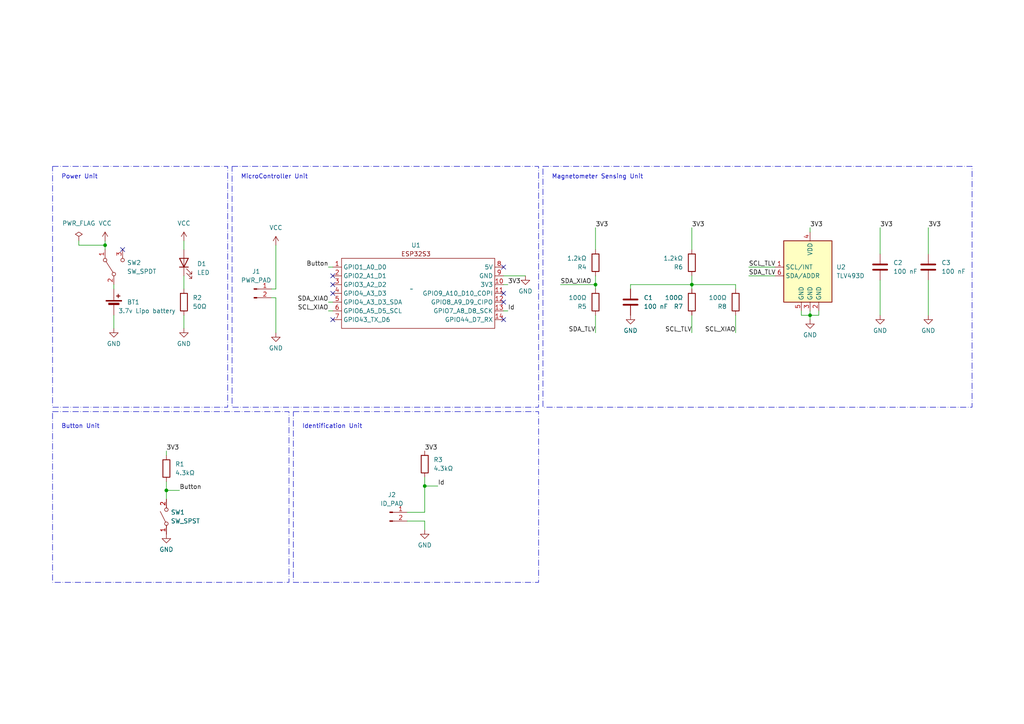
<source format=kicad_sch>
(kicad_sch (version 20230121) (generator eeschema)
  (paper "A4")
  (title_block (title "MagDocker Tangible Input Device") (date "2024-01-27") (rev "V1.0") (company "Leo Peng") (comment 1 "processes the data on ESP32S3 and sends it to computer via BLE communication") (comment 2 "which reads 3-axis magnetic field information via TLV493D,") (comment 3 "This is the PCB of the sensing device of MagDocker, ") (comment 4 " "))
  (lib_symbols
    (symbol "Connector:Conn_01x02_Pin" (pin_names (offset 1.016) hide)
      (property "Reference" "J" (at 0 2.54 0))
      (property "Value" "Conn_01x02_Pin" (at 0 -5.08 0))
      (symbol "Conn_01x02_Pin_1_1"
        (polyline (pts (xy 1.27 -2.54) (xy 0.8636 -2.54)) (stroke (width 0.1524)))
        (polyline (pts (xy 1.27 0) (xy 0.8636 0)) (stroke (width 0.1524)))
        (rectangle (start 0.8636 -2.413) (end 0 -2.667) (stroke (width 0.1524)) (fill (type outline)))
        (rectangle (start 0.8636 0.127) (end 0 -0.127) (stroke (width 0.1524)) (fill (type outline)))
        (pin passive line (at 5.08 0 180) (length 3.81) (name "Pin_1") (number "1"))
        (pin passive line (at 5.08 -2.54 180) (length 3.81) (name "Pin_2") (number "2"))
      )
    )
    (symbol "Device:Battery_Cell" (pin_numbers hide) (pin_names (offset 0) hide)
      (property "Reference" "BT" (at 2.54 2.54 0))
      (property "Value" "Battery_Cell" (at 2.54 0 0))
      (symbol "Battery_Cell_0_1"
        (rectangle (start -2.286 1.778) (end 2.286 1.524) (fill (type outline)))
        (rectangle (start -1.524 1.016) (end 1.524 0.508) (fill (type outline)))
        (polyline (pts (xy 0 0.762) (xy 0 0)))
        (polyline (pts (xy 0 1.778) (xy 0 2.54)))
        (polyline (pts (xy 0.762 3.048) (xy 1.778 3.048)) (stroke (width 0.254)))
        (polyline (pts (xy 1.27 3.556) (xy 1.27 2.54)) (stroke (width 0.254)))
      )
      (symbol "Battery_Cell_1_1"
        (pin passive line (at 0 5.08 270) (length 2.54) (name "+") (number "1"))
        (pin passive line (at 0 -2.54 90) (length 2.54) (name "-") (number "2"))
      )
    )
    (symbol "Device:C" (pin_numbers hide) (pin_names (offset 0.254))
      (property "Reference" "C" (at 0.635 2.54 0))
      (property "Value" "C" (at 0.635 -2.54 0))
      (symbol "C_0_1"
        (polyline (pts (xy -2.032 -0.762) (xy 2.032 -0.762)) (stroke (width 0.508)))
        (polyline (pts (xy -2.032 0.762) (xy 2.032 0.762)) (stroke (width 0.508)))
      )
      (symbol "C_1_1"
        (pin passive line (at 0 3.81 270) (length 2.794) (name "~") (number "1"))
        (pin passive line (at 0 -3.81 90) (length 2.794) (name "~") (number "2"))
      )
    )
    (symbol "Device:LED" (pin_numbers hide) (pin_names (offset 1.016) hide)
      (property "Reference" "D" (at 0 2.54 0))
      (property "Value" "LED" (at 0 -2.54 0))
      (symbol "LED_0_1"
        (polyline (pts (xy -1.27 -1.27) (xy -1.27 1.27)) (stroke (width 0.254)))
        (polyline (pts (xy -1.27 0) (xy 1.27 0)))
        (polyline (pts (xy 1.27 -1.27) (xy 1.27 1.27) (xy -1.27 0) (xy 1.27 -1.27)) (stroke (width 0.254)))
        (polyline (pts (xy -3.048 -0.762) (xy -4.572 -2.286) (xy -3.81 -2.286) (xy -4.572 -2.286) (xy -4.572 -1.524)))
        (polyline (pts (xy -1.778 -0.762) (xy -3.302 -2.286) (xy -2.54 -2.286) (xy -3.302 -2.286) (xy -3.302 -1.524)))
      )
      (symbol "LED_1_1"
        (pin passive line (at -3.81 0 0) (length 2.54) (name "K") (number "1"))
        (pin passive line (at 3.81 0 180) (length 2.54) (name "A") (number "2"))
      )
    )
    (symbol "Device:R" (pin_numbers hide) (pin_names (offset 0))
      (property "Reference" "R" (at 2.032 0 90))
      (property "Value" "R" (at 0 0 90))
      (symbol "R_0_1"
        (rectangle (start -1.016 -2.54) (end 1.016 2.54) (stroke (width 0.254)))
      )
      (symbol "R_1_1"
        (pin passive line (at 0 3.81 270) (length 1.27) (name "~") (number "1"))
        (pin passive line (at 0 -3.81 90) (length 1.27) (name "~") (number "2"))
      )
    )
    (symbol "Sensor_Magnetic:TLV493D"
      (property "Reference" "U" (at -6.35 11.43 0))
      (property "Value" "TLV493D" (at 5.08 11.43 0))
      (symbol "TLV493D_0_1"
        (rectangle (start -7.62 10.16) (end 6.35 -7.62) (stroke (width 0.254)) (fill (type background)))
      )
      (symbol "TLV493D_1_1"
        (pin bidirectional line (at -10.16 2.54 0) (length 2.54) (name "SCL/INT") (number "1"))
        (pin power_in line (at 2.54 -10.16 90) (length 2.54) (name "GND") (number "2"))
        (pin power_in line (at 0 -10.16 90) (length 2.54) (name "GND") (number "3"))
        (pin power_in line (at 0 12.7 270) (length 2.54) (name "VDD") (number "4"))
        (pin power_in line (at -2.54 -10.16 90) (length 2.54) (name "GND") (number "5"))
        (pin bidirectional line (at -10.16 0 0) (length 2.54) (name "SDA/ADDR") (number "6"))
      )
    )
    (symbol "Switch:SW_SPDT" (pin_names (offset 0) hide)
      (property "Reference" "SW" (at 0 4.318 0))
      (property "Value" "SW_SPDT" (at 0 -5.08 0))
      (symbol "SW_SPDT_0_0"
        (circle (center -2.032 0) (radius 0.508))
        (circle (center 2.032 -2.54) (radius 0.508))
      )
      (symbol "SW_SPDT_0_1"
        (polyline (pts (xy -1.524 0.254) (xy 1.651 2.286)))
        (circle (center 2.032 2.54) (radius 0.508))
      )
      (symbol "SW_SPDT_1_1"
        (pin passive line (at 5.08 2.54 180) (length 2.54) (name "A") (number "1"))
        (pin passive line (at -5.08 0 0) (length 2.54) (name "B") (number "2"))
        (pin passive line (at 5.08 -2.54 180) (length 2.54) (name "C") (number "3"))
      )
    )
    (symbol "Switch:SW_SPST" (pin_names (offset 0) hide)
      (property "Reference" "SW" (at 0 3.175 0))
      (property "Value" "SW_SPST" (at 0 -2.54 0))
      (symbol "SW_SPST_0_0"
        (circle (center -2.032 0) (radius 0.508))
        (polyline (pts (xy -1.524 0.254) (xy 1.524 1.778)))
        (circle (center 2.032 0) (radius 0.508))
      )
      (symbol "SW_SPST_1_1"
        (pin passive line (at -5.08 0 0) (length 2.54) (name "A") (number "1"))
        (pin passive line (at 5.08 0 180) (length 2.54) (name "B") (number "2"))
      )
    )
    (symbol "XIAO:XIAO_ESP32_SENSE"
      (property "Reference" "U" (at 0 0 0))
      (symbol "XIAO_ESP32_SENSE_0_1"
        (polyline (pts (xy -20.32 8.89) (xy -20.32 -11.43) (xy 24.13 -11.43) (xy 24.13 8.89) (xy -20.32 8.89)))
      )
      (symbol "XIAO_ESP32_SENSE_1_1"
        (text "ESP32S3" (at 1.27 10.16 0) (effects (font (size 1.27 1.27))))
        (pin bidirectional line (at -22.86 6.35 0) (length 2.54) (name "GPIO1_A0_D0") (number "1"))
        (pin bidirectional line (at 26.67 1.27 180) (length 2.54) (name "3V3") (number "10"))
        (pin bidirectional line (at 26.67 -1.27 180) (length 2.54) (name "GPIO9_A10_D10_COPI") (number "11"))
        (pin bidirectional line (at 26.67 -3.81 180) (length 2.54) (name "GPIO8_A9_D9_CIPO") (number "12"))
        (pin bidirectional line (at 26.67 -6.35 180) (length 2.54) (name "GPIO7_A8_D8_SCK") (number "13"))
        (pin bidirectional line (at 26.67 -8.89 180) (length 2.54) (name "GPIO44_D7_RX") (number "14"))
        (pin bidirectional line (at -22.86 3.81 0) (length 2.54) (name "GPIO2_A1_D1") (number "2"))
        (pin bidirectional line (at -22.86 1.27 0) (length 2.54) (name "GPIO3_A2_D2") (number "3"))
        (pin bidirectional line (at -22.86 -1.27 0) (length 2.54) (name "GPIO4_A3_D3") (number "4"))
        (pin bidirectional line (at -22.86 -3.81 0) (length 2.54) (name "GPIO4_A3_D3_SDA") (number "5"))
        (pin bidirectional line (at -22.86 -6.35 0) (length 2.54) (name "GPIO6_A5_D5_SCL") (number "6"))
        (pin bidirectional line (at -22.86 -8.89 0) (length 2.54) (name "GPIO43_TX_D6") (number "7"))
        (pin bidirectional line (at 26.67 6.35 180) (length 2.54) (name "5V") (number "8"))
        (pin bidirectional line (at 26.67 3.81 180) (length 2.54) (name "GND") (number "9"))
      )
    )
    (symbol "power:GND" (power) (pin_names (offset 0))
      (property "Value" "GND" (at 0 -3.81 0))
      (symbol "GND_0_1"
        (polyline (pts (xy 0 0) (xy 0 -1.27) (xy 1.27 -1.27) (xy 0 -2.54) (xy -1.27 -1.27) (xy 0 -1.27)))
      )
      (symbol "GND_1_1"
        (pin power_in line (at 0 0 270) (length 0) hide (name "GND") (number "1"))
      )
    )
    (symbol "power:PWR_FLAG" (power) (pin_numbers hide) (pin_names (offset 0) hide)
      (property "Value" "PWR_FLAG" (at 0 3.81 0))
      (symbol "PWR_FLAG_0_0"
        (pin power_out line (at 0 0 90) (length 0) (name "pwr") (number "1"))
      )
      (symbol "PWR_FLAG_0_1"
        (polyline (pts (xy 0 0) (xy 0 1.27) (xy -1.016 1.905) (xy 0 2.54) (xy 1.016 1.905) (xy 0 1.27)))
      )
    )
    (symbol "power:VCC" (power) (pin_names (offset 0))
      (property "Value" "VCC" (at 0 3.81 0))
      (symbol "VCC_0_1"
        (polyline (pts (xy -0.762 1.27) (xy 0 2.54)))
        (polyline (pts (xy 0 0) (xy 0 2.54)))
        (polyline (pts (xy 0 2.54) (xy 0.762 1.27)))
      )
      (symbol "VCC_1_1"
        (pin power_in line (at 0 0 90) (length 0) hide (name "VCC") (number "1"))
      )
    )
  )
  (junction (at 123.19 140.97))
  (junction (at 30.48 71.12))
  (junction (at 200.66 82.55))
  (junction (at 48.26 142.24))
  (junction (at 234.95 91.44))
  (junction (at 172.72 82.55))
  (no_connect (at 146.05 85.09))
  (no_connect (at 35.56 72.39))
  (no_connect (at 146.05 87.63))
  (no_connect (at 96.52 85.09))
  (no_connect (at 96.52 80.01))
  (no_connect (at 96.52 82.55))
  (no_connect (at 146.05 92.71))
  (no_connect (at 146.05 77.47))
  (no_connect (at 96.52 92.71))
  (wire (pts (xy 123.19 140.97) (xy 123.19 148.59)))
  (wire (pts (xy 232.41 91.44) (xy 234.95 91.44)))
  (wire (pts (xy 237.49 91.44) (xy 237.49 90.17)))
  (wire (pts (xy 80.01 71.12) (xy 80.01 83.82)))
  (wire (pts (xy 118.11 151.13) (xy 123.19 151.13)))
  (wire (pts (xy 146.05 80.01) (xy 152.4 80.01)))
  (wire (pts (xy 217.17 80.01) (xy 224.79 80.01)))
  (wire (pts (xy 22.86 71.12) (xy 22.86 69.85)))
  (wire (pts (xy 30.48 71.12) (xy 22.86 71.12)))
  (wire (pts (xy 217.17 77.47) (xy 224.79 77.47)))
  (wire (pts (xy 172.72 96.52) (xy 172.72 91.44)))
  (wire (pts (xy 182.88 82.55) (xy 200.66 82.55)))
  (wire (pts (xy 48.26 142.24) (xy 52.07 142.24)))
  (wire (pts (xy 33.02 82.55) (xy 33.02 83.82)))
  (wire (pts (xy 33.02 91.44) (xy 33.02 95.25)))
  (wire (pts (xy 48.26 130.81) (xy 48.26 132.08)))
  (wire (pts (xy 123.19 151.13) (xy 123.19 153.67)))
  (wire (pts (xy 48.26 142.24) (xy 48.26 144.78)))
  (wire (pts (xy 30.48 69.85) (xy 30.48 71.12)))
  (wire (pts (xy 162.56 82.55) (xy 172.72 82.55)))
  (wire (pts (xy 234.95 92.71) (xy 234.95 91.44)))
  (wire (pts (xy 123.19 140.97) (xy 127 140.97)))
  (wire (pts (xy 200.66 80.01) (xy 200.66 82.55)))
  (wire (pts (xy 269.24 81.28) (xy 269.24 91.44)))
  (wire (pts (xy 213.36 82.55) (xy 213.36 83.82)))
  (wire (pts (xy 48.26 139.7) (xy 48.26 142.24)))
  (wire (pts (xy 118.11 148.59) (xy 123.19 148.59)))
  (wire (pts (xy 172.72 83.82) (xy 172.72 82.55)))
  (wire (pts (xy 200.66 96.52) (xy 200.66 91.44)))
  (wire (pts (xy 200.66 82.55) (xy 213.36 82.55)))
  (wire (pts (xy 234.95 66.04) (xy 234.95 67.31)))
  (wire (pts (xy 255.27 66.04) (xy 255.27 73.66)))
  (wire (pts (xy 146.05 90.17) (xy 147.32 90.17)))
  (wire (pts (xy 234.95 91.44) (xy 237.49 91.44)))
  (wire (pts (xy 200.66 72.39) (xy 200.66 66.04)))
  (wire (pts (xy 95.25 90.17) (xy 96.52 90.17)))
  (wire (pts (xy 53.34 69.85) (xy 53.34 72.39)))
  (wire (pts (xy 80.01 86.36) (xy 80.01 96.52)))
  (wire (pts (xy 78.74 83.82) (xy 80.01 83.82)))
  (wire (pts (xy 269.24 66.04) (xy 269.24 73.66)))
  (wire (pts (xy 213.36 91.44) (xy 213.36 96.52)))
  (wire (pts (xy 172.72 72.39) (xy 172.72 66.04)))
  (wire (pts (xy 53.34 80.01) (xy 53.34 83.82)))
  (wire (pts (xy 30.48 71.12) (xy 30.48 72.39)))
  (wire (pts (xy 182.88 83.82) (xy 182.88 82.55)))
  (wire (pts (xy 95.25 77.47) (xy 96.52 77.47)))
  (wire (pts (xy 234.95 91.44) (xy 234.95 90.17)))
  (wire (pts (xy 200.66 82.55) (xy 200.66 83.82)))
  (wire (pts (xy 255.27 81.28) (xy 255.27 91.44)))
  (wire (pts (xy 232.41 90.17) (xy 232.41 91.44)))
  (wire (pts (xy 146.05 82.55) (xy 147.32 82.55)))
  (wire (pts (xy 95.25 87.63) (xy 96.52 87.63)))
  (wire (pts (xy 172.72 82.55) (xy 172.72 80.01)))
  (wire (pts (xy 123.19 138.43) (xy 123.19 140.97)))
  (wire (pts (xy 53.34 91.44) (xy 53.34 95.25)))
  (wire (pts (xy 78.74 86.36) (xy 80.01 86.36)))
  (rectangle (start 15.24 119.38) (end 83.82 168.91) (stroke (width 0) (type dash_dot)))
  (rectangle (start 15.24 48.26) (end 66.04 118.11) (stroke (width 0) (type dash_dot)))
  (rectangle (start 67.31 48.26) (end 156.21 118.11) (stroke (width 0) (type dash_dot)))
  (rectangle (start 85.09 119.38) (end 156.21 168.91) (stroke (width 0) (type dash_dot)))
  (rectangle (start 157.48 48.26) (end 281.94 118.11) (stroke (width 0) (type dash_dot)))
  (text "Power Unit\n" (at 17.78 52.07 0) (effects (font (size 1.27 1.27)) (justify left bottom)))
  (text "MicroController Unit\n" (at 69.85 52.07 0) (effects (font (size 1.27 1.27)) (justify left bottom)))
  (text "Magnetometer Sensing Unit\n" (at 160.02 52.07 0) (effects (font (size 1.27 1.27)) (justify left bottom)))
  (text "Button Unit\n" (at 17.78 124.46 0) (effects (font (size 1.27 1.27)) (justify left bottom)))
  (text "Identification Unit" (at 87.63 124.46 0) (effects (font (size 1.27 1.27)) (justify left bottom)))
  (label "3V3" (at 48.26 130.81 0))
  (label "Id" (at 127 140.97 0))
  (label "SDA_XIAO" (at 162.56 82.55 0))
  (label "SDA_TLV" (at 217.17 80.01 0))
  (label "Id" (at 147.32 90.17 0))
  (label "SCL_XIAO" (at 213.36 96.52 180))
  (label "3V3" (at 269.24 66.04 0))
  (label "SCL_XIAO" (at 95.25 90.17 180))
  (label "Button" (at 95.25 77.47 180))
  (label "3V3" (at 255.27 66.04 0))
  (label "SDA_TLV" (at 172.72 96.52 180))
  (label "Button" (at 52.07 142.24 0))
  (label "3V3" (at 234.95 66.04 0))
  (label "SCL_TLV" (at 217.17 77.47 0))
  (label "3V3" (at 172.72 66.04 0))
  (label "3V3" (at 123.19 130.81 0))
  (label "SCL_TLV" (at 200.66 96.52 180))
  (label "3V3" (at 200.66 66.04 0))
  (label "3V3" (at 147.32 82.55 0))
  (label "SDA_XIAO" (at 95.25 87.63 180))
  (symbol (lib_id "Device:LED") (at 53.34 76.2 90) (unit 1)
    (property "Reference" "D1" (at 57.15 76.5175 90) (effects (justify right)))
    (property "Value" "LED" (at 57.15 79.0575 90) (effects (justify right)))
    (property "Footprint" "LED_THT:LED_D4.0mm" (effects hide))
  )
  (symbol (lib_id "Connector:Conn_01x02_Pin") (at 73.66 83.82 0) (unit 1)
    (property "Reference" "J1" (at 74.295 78.74 0))
    (property "Value" "PWR_PAD" (at 74.295 81.28 0))
    (property "Footprint" "Connector_JST:JST_NV_B02P-NV_1x02_P5.00mm_Vertical" (effects hide))
  )
  (symbol (lib_id "Device:C") (at 182.88 87.63 0) (unit 1)
    (property "Reference" "C1" (at 186.69 86.36 0) (effects (justify left)))
    (property "Value" "100 nF" (at 186.69 88.9 0) (effects (justify left)))
    (property "Footprint" "Capacitor_SMD:C_0805_2012Metric_Pad1.18x1.45mm_HandSolder" (effects hide))
  )
  (symbol (lib_id "power:PWR_FLAG") (at 22.86 69.85 0) (unit 1)
    (property "Reference" "#FLG01" (effects hide))
    (property "Value" "PWR_FLAG" (at 22.86 64.77 0))
  )
  (symbol (lib_id "power:GND") (at 48.26 154.94 0) (unit 1)
    (property "Reference" "#PWR05" (effects hide))
    (property "Value" "GND" (at 48.26 159.385 0))
  )
  (symbol (lib_id "power:GND") (at 80.01 96.52 0) (unit 1)
    (property "Reference" "#PWR02" (effects hide))
    (property "Value" "GND" (at 80.01 100.965 0))
  )
  (symbol (lib_id "Device:R") (at 213.36 87.63 180) (unit 1)
    (property "Reference" "R8" (at 210.82 88.9 0) (effects (justify left)))
    (property "Value" "100Ω" (at 210.82 86.36 0) (effects (justify left)))
    (property "Footprint" "Resistor_SMD:R_0805_2012Metric_Pad1.20x1.40mm_HandSolder" (effects hide))
  )
  (symbol (lib_id "power:GND") (at 255.27 91.44 0) (unit 1)
    (property "Reference" "#PWR018" (effects hide))
    (property "Value" "GND" (at 255.27 95.885 0))
  )
  (symbol (lib_id "power:VCC") (at 53.34 69.85 0) (unit 1)
    (property "Reference" "#PWR07" (effects hide))
    (property "Value" "VCC" (at 53.34 64.77 0))
  )
  (symbol (lib_id "Device:R") (at 172.72 76.2 180) (unit 1)
    (property "Reference" "R4" (at 170.18 77.47 0) (effects (justify left)))
    (property "Value" "1.2kΩ" (at 170.18 74.93 0) (effects (justify left)))
    (property "Footprint" "Resistor_SMD:R_0805_2012Metric_Pad1.20x1.40mm_HandSolder" (effects hide))
  )
  (symbol (lib_id "power:GND") (at 33.02 95.25 0) (unit 1)
    (property "Reference" "#PWR06" (effects hide))
    (property "Value" "GND" (at 33.02 99.695 0))
  )
  (symbol (lib_id "Device:R") (at 200.66 87.63 180) (unit 1)
    (property "Reference" "R7" (at 198.12 88.9 0) (effects (justify left)))
    (property "Value" "100Ω" (at 198.12 86.36 0) (effects (justify left)))
    (property "Footprint" "Resistor_SMD:R_0805_2012Metric_Pad1.20x1.40mm_HandSolder" (effects hide))
  )
  (symbol (lib_id "power:GND") (at 182.88 91.44 0) (unit 1)
    (property "Reference" "#PWR013" (effects hide))
    (property "Value" "GND" (at 182.88 95.885 0))
  )
  (symbol (lib_id "power:GND") (at 234.95 92.71 0) (unit 1)
    (property "Reference" "#PWR016" (effects hide))
    (property "Value" "GND" (at 234.95 97.155 0))
  )
  (symbol (lib_id "Device:C") (at 255.27 77.47 0) (unit 1)
    (property "Reference" "C2" (at 259.08 76.2 0) (effects (justify left)))
    (property "Value" "100 nF" (at 259.08 78.74 0) (effects (justify left)))
    (property "Footprint" "Capacitor_SMD:C_0805_2012Metric_Pad1.18x1.45mm_HandSolder" (effects hide))
  )
  (symbol (lib_id "Switch:SW_SPST") (at 48.26 149.86 90) (unit 1)
    (property "Reference" "SW1" (at 49.53 148.59 90) (effects (justify right)))
    (property "Value" "SW_SPST" (at 49.53 151.13 90) (effects (justify right)))
    (property "Footprint" "Button_Switch_THT:SW_PUSH-12mm" (effects hide))
  )
  (symbol (lib_id "Device:Battery_Cell") (at 33.02 88.9 0) (unit 1)
    (property "Reference" "BT1" (at 36.83 87.63 0) (effects (justify left)))
    (property "Value" "3.7v Lipo battery" (at 34.29 90.17 0) (effects (justify left)))
    (property "Footprint" "Connector_JST:JST_ZE_SM02B-ZESS-TB_1x02-1MP_P1.50mm_Horizontal" (effects hide))
  )
  (symbol (lib_id "XIAO:XIAO_ESP32_SENSE") (at 119.38 83.82 0) (unit 1)
    (property "Reference" "U1" (at 120.65 71.12 0))
    (property "Value" "~" (at 119.38 83.82 0))
    (property "Footprint" "XIAO ESP32 THT:XIAO_ESP32_SENSE" (effects hide))
  )
  (symbol (lib_id "power:GND") (at 269.24 91.44 0) (unit 1)
    (property "Reference" "#PWR020" (effects hide))
    (property "Value" "GND" (at 269.24 95.885 0))
  )
  (symbol (lib_id "Device:R") (at 48.26 135.89 180) (unit 1)
    (property "Reference" "R1" (at 50.8 134.62 0) (effects (justify right)))
    (property "Value" "4.3kΩ" (at 50.8 137.16 0) (effects (justify right)))
    (property "Footprint" "Resistor_SMD:R_0805_2012Metric_Pad1.20x1.40mm_HandSolder" (effects hide))
  )
  (symbol (lib_id "power:GND") (at 123.19 153.67 0) (unit 1)
    (property "Reference" "#PWR010" (effects hide))
    (property "Value" "GND" (at 123.19 158.115 0))
  )
  (symbol (lib_id "Device:R") (at 123.19 134.62 180) (unit 1)
    (property "Reference" "R3" (at 125.73 133.35 0) (effects (justify right)))
    (property "Value" "4.3kΩ" (at 125.73 135.89 0) (effects (justify right)))
    (property "Footprint" "Resistor_SMD:R_0805_2012Metric_Pad1.20x1.40mm_HandSolder" (effects hide))
  )
  (symbol (lib_id "power:GND") (at 53.34 95.25 0) (unit 1)
    (property "Reference" "#PWR08" (effects hide))
    (property "Value" "GND" (at 53.34 99.695 0))
  )
  (symbol (lib_id "Device:R") (at 53.34 87.63 0) (unit 1)
    (property "Reference" "R2" (at 55.88 86.36 0) (effects (justify left)))
    (property "Value" "50Ω" (at 55.88 88.9 0) (effects (justify left)))
    (property "Footprint" "Resistor_SMD:R_0805_2012Metric_Pad1.20x1.40mm_HandSolder" (effects hide))
  )
  (symbol (lib_id "Connector:Conn_01x02_Pin") (at 113.03 148.59 0) (unit 1)
    (property "Reference" "J2" (at 113.665 143.51 0))
    (property "Value" "ID_PAD" (at 113.665 146.05 0))
    (property "Footprint" "Screw_connector:40mm_rectangle_M3" (effects hide))
  )
  (symbol (lib_id "Device:R") (at 172.72 87.63 180) (unit 1)
    (property "Reference" "R5" (at 170.18 88.9 0) (effects (justify left)))
    (property "Value" "100Ω" (at 170.18 86.36 0) (effects (justify left)))
    (property "Footprint" "Resistor_SMD:R_0805_2012Metric_Pad1.20x1.40mm_HandSolder" (effects hide))
  )
  (symbol (lib_id "power:VCC") (at 80.01 71.12 0) (unit 1)
    (property "Reference" "#PWR01" (effects hide))
    (property "Value" "VCC" (at 80.01 66.04 0))
  )
  (symbol (lib_id "Device:C") (at 269.24 77.47 0) (unit 1)
    (property "Reference" "C3" (at 273.05 76.2 0) (effects (justify left)))
    (property "Value" "100 nF" (at 273.05 78.74 0) (effects (justify left)))
    (property "Footprint" "Capacitor_SMD:C_0805_2012Metric_Pad1.18x1.45mm_HandSolder" (effects hide))
  )
  (symbol (lib_id "Device:R") (at 200.66 76.2 180) (unit 1)
    (property "Reference" "R6" (at 198.12 77.47 0) (effects (justify left)))
    (property "Value" "1.2kΩ" (at 198.12 74.93 0) (effects (justify left)))
    (property "Footprint" "Resistor_SMD:R_0805_2012Metric_Pad1.20x1.40mm_HandSolder" (effects hide))
  )
  (symbol (lib_id "power:VCC") (at 30.48 69.85 0) (unit 1)
    (property "Reference" "#PWR03" (effects hide))
    (property "Value" "VCC" (at 30.48 64.77 0))
  )
  (symbol (lib_id "Sensor_Magnetic:TLV493D") (at 234.95 80.01 0) (unit 1)
    (property "Reference" "U2" (at 242.57 77.47 0) (effects (justify left)))
    (property "Value" "TLV493D" (at 242.57 80.01 0) (effects (justify left)))
    (property "Footprint" "Package_TO_SOT_SMD:SOT-23-6" (effects hide))
    (property "Datasheet" "http://www.infineon.com/dgdl/Infineon-TLV493D-A1B6-DS-v01_00-EN.pdf?fileId=5546d462525dbac40152a6b85c760e80" (effects hide))
  )
  (symbol (lib_id "power:GND") (at 152.4 80.01 0) (unit 1)
    (property "Reference" "#PWR011" (effects hide))
    (property "Value" "GND" (at 152.4 84.455 0))
  )
  (symbol (lib_id "Switch:SW_SPDT") (at 33.02 77.47 90) (unit 1)
    (property "Reference" "SW2" (at 36.83 76.2 90) (effects (justify right)))
    (property "Value" "SW_SPDT" (at 36.83 78.74 90) (effects (justify right)))
    (property "Footprint" "Button_Switch_THT:SWITCH_THT_SPDT_11MA1QS1" (effects hide))
  )
)
</source>
